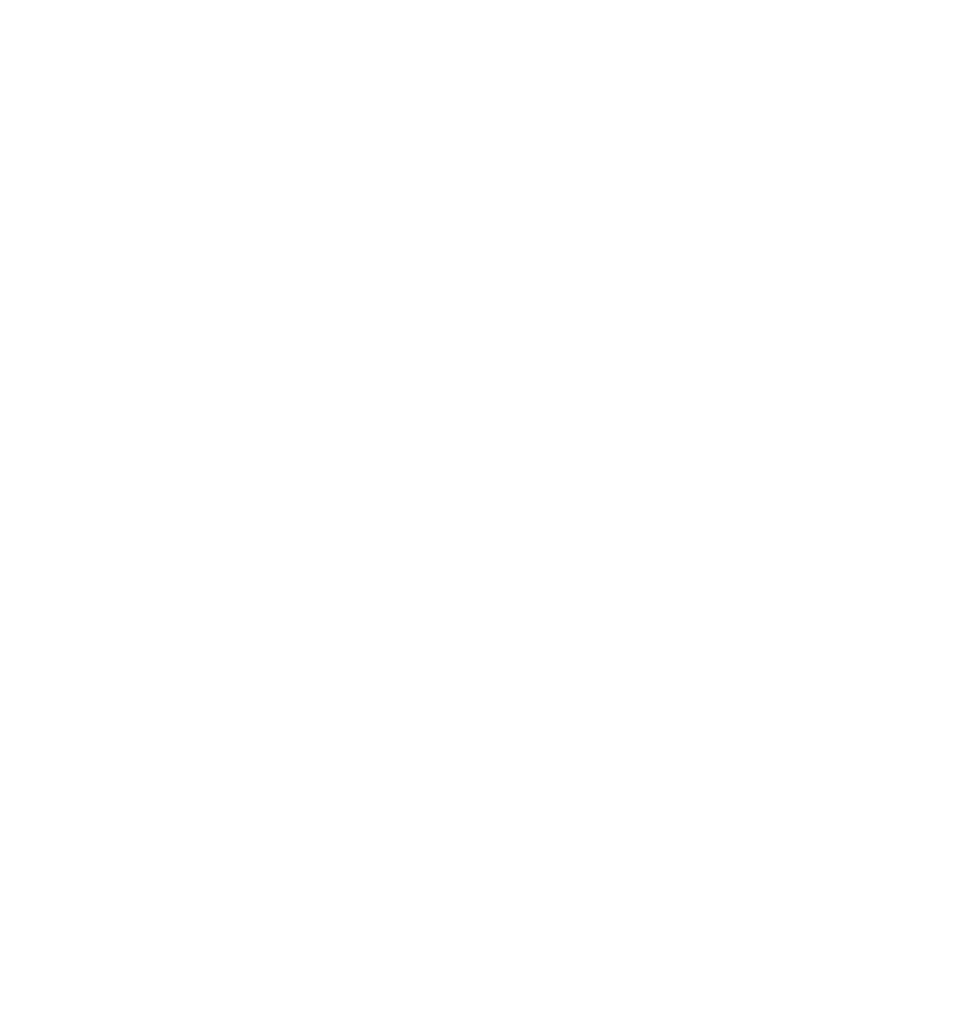
<source format=kicad_pcb>
(kicad_pcb (version 20211014) (generator pcbnew)

  (general
    (thickness 1.6)
  )

  (paper "User" 399.999 299.999)
  (title_block
    (title "A board")
    (date "2023-02-01")
    (rev "v1")
    (company "Winterbloom")
    (comment 1 "Comment 1")
    (comment 3 "Comment 3")
    (comment 5 "Comment 5")
    (comment 7 "Comment 7")
    (comment 9 "Comment 9")
  )

  (layers
    (0 "F.Cu" signal)
    (31 "B.Cu" signal)
    (32 "B.Adhes" user "B.Adhesive")
    (33 "F.Adhes" user "F.Adhesive")
    (34 "B.Paste" user)
    (35 "F.Paste" user)
    (36 "B.SilkS" user "B.Silkscreen")
    (37 "F.SilkS" user "F.Silkscreen")
    (38 "B.Mask" user)
    (39 "F.Mask" user)
    (40 "Dwgs.User" user "User.Drawings")
    (41 "Cmts.User" user "User.Comments")
    (42 "Eco1.User" user "User.Eco1")
    (43 "Eco2.User" user "User.Eco2")
    (44 "Edge.Cuts" user)
    (45 "Margin" user)
    (46 "B.CrtYd" user "B.Courtyard")
    (47 "F.CrtYd" user "F.Courtyard")
    (48 "B.Fab" user)
    (49 "F.Fab" user)
    (50 "User.1" user)
    (51 "User.2" user)
    (52 "User.3" user)
    (53 "User.4" user)
    (54 "User.5" user)
    (55 "User.6" user)
    (56 "User.7" user)
    (57 "User.8" user)
    (58 "User.9" user)
  )

  (setup
    (pad_to_mask_clearance 0)
    (pcbplotparams
      (layerselection 0x00010fc_ffffffff)
      (disableapertmacros false)
      (usegerberextensions false)
      (usegerberattributes true)
      (usegerberadvancedattributes true)
      (creategerberjobfile true)
      (svguseinch false)
      (svgprecision 6)
      (excludeedgelayer true)
      (plotframeref false)
      (viasonmask false)
      (mode 1)
      (useauxorigin false)
      (hpglpennumber 1)
      (hpglpenspeed 20)
      (hpglpendiameter 15.000000)
      (dxfpolygonmode true)
      (dxfimperialunits true)
      (dxfusepcbnewfont true)
      (psnegative false)
      (psa4output false)
      (plotreference true)
      (plotvalue true)
      (plotinvisibletext false)
      (sketchpadsonfab false)
      (subtractmaskfromsilk false)
      (outputformat 1)
      (mirror false)
      (drillshape 1)
      (scaleselection 1)
      (outputdirectory "")
    )
  )

  (net 0 "")

  (gr_text "Text 9" (at 0 9) (layer "Dwgs.User") (tstamp 3db79669-9ba8-4b3e-8b97-dafbd12ceed7)
    (effects (font (size 1 1) (thickness 0.25)))
  )
  (gr_text "Text 5" (at 0 4) (layer "Dwgs.User") (tstamp 4a8bcaf7-88cb-4a76-9112-50874dd4a973)
    (effects (font (size 1 1) (thickness 0.25) italic) (justify right))
  )
  (gr_text "Text 7" (at 0 6 180) (layer "Dwgs.User") (tstamp 4c7ecbcb-ba3d-420a-8a95-acb51de09c34)
    (effects (font (size 1 1) (thickness 0.25) italic))
  )
  (gr_text "Text 2" (at 0 1) (layer "Dwgs.User") (tstamp 53256d70-8bb6-458c-8ac7-948fdc9b6360)
    (effects (font (size 1 1) (thickness 0.25)))
  )
  (gr_text "Text 1" (at 0 0) (layer "Dwgs.User") (tstamp 667160ac-fe18-4172-8c47-776e19652d19)
    (effects (font (size 1 1) (thickness 0.15)))
  )
  (gr_text "Text 9" (at 0 8) (layer "Dwgs.User") (tstamp 915b4a84-ec08-4f65-bd74-8e312dc21177)
    (effects (font (size 1 1) (thickness 0.25) italic) (justify mirror))
  )
  (gr_text "Text 4" (at 0 3) (layer "Dwgs.User") (tstamp 9b5c01ca-f732-45d4-b464-cd02bd735a57)
    (effects (font (size 1 1) (thickness 0.25) italic) (justify left))
  )
  (gr_text "Text 3" (at 0 2) (layer "Dwgs.User") (tstamp b05602ef-7e01-4f1a-a57a-84694bd01f9d)
    (effects (font (size 1 1) (thickness 0.25) italic))
  )
  (gr_text "Text 6" (at 0 5 90) (layer "Dwgs.User") (tstamp b84bcb37-d1d9-4d77-a776-c01eb3cc1a39)
    (effects (font (size 1 1) (thickness 0.25) italic))
  )
  (gr_text "Text 8" (at 0 7 -90) (layer "Dwgs.User") (tstamp fc7fb0b4-2bf8-484c-b6eb-61331a51c59d)
    (effects (font (size 1 1) (thickness 0.25) italic))
  )

)

</source>
